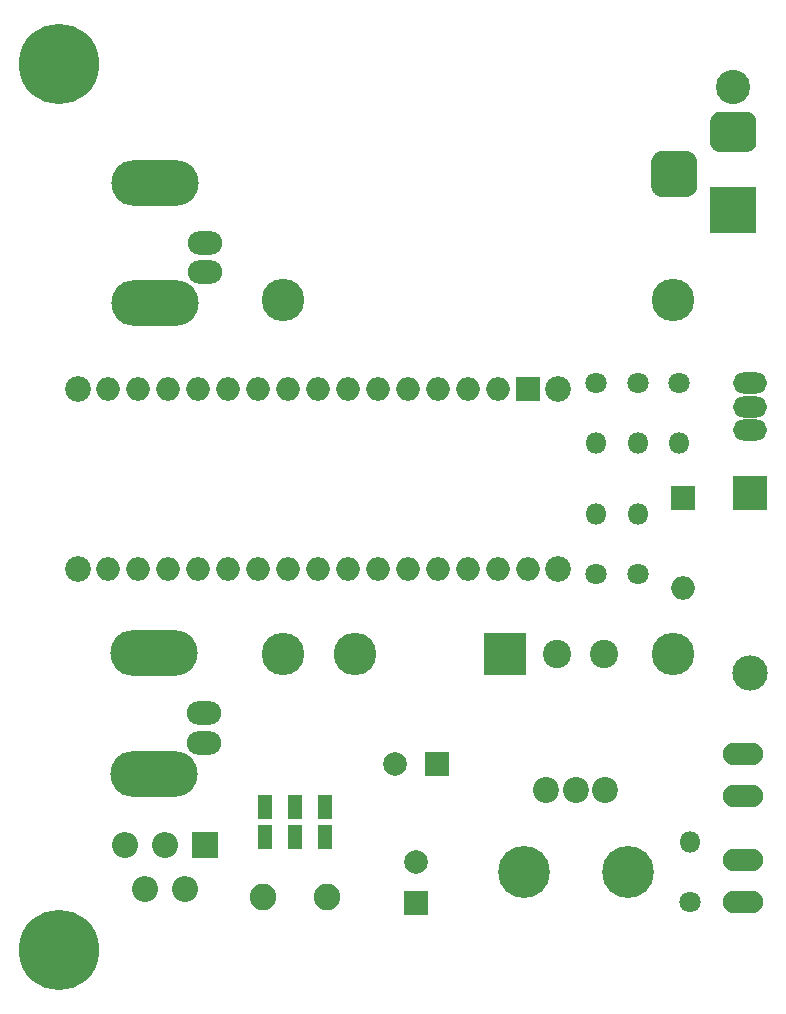
<source format=gbr>
G04 #@! TF.GenerationSoftware,KiCad,Pcbnew,(5.0.0)*
G04 #@! TF.CreationDate,2018-09-08T22:16:23+01:00*
G04 #@! TF.ProjectId,OpenSpritzer_1.02,4F70656E53707269747A65725F312E30,rev?*
G04 #@! TF.SameCoordinates,Original*
G04 #@! TF.FileFunction,Soldermask,Top*
G04 #@! TF.FilePolarity,Negative*
%FSLAX46Y46*%
G04 Gerber Fmt 4.6, Leading zero omitted, Abs format (unit mm)*
G04 Created by KiCad (PCBNEW (5.0.0)) date 09/08/18 22:16:23*
%MOMM*%
%LPD*%
G01*
G04 APERTURE LIST*
%ADD10C,6.800000*%
%ADD11O,2.900000X1.800000*%
%ADD12R,3.600000X3.600000*%
%ADD13O,3.600000X3.600000*%
%ADD14R,1.150000X2.150000*%
%ADD15C,2.250000*%
%ADD16R,2.000000X2.000000*%
%ADD17C,2.000000*%
%ADD18O,1.800000X1.800000*%
%ADD19C,1.800000*%
%ADD20C,3.600000*%
%ADD21O,3.410000X1.910000*%
%ADD22C,0.100000*%
%ADD23C,3.900000*%
%ADD24C,3.400000*%
%ADD25R,3.900000X3.900000*%
%ADD26C,2.900000*%
%ADD27O,7.400240X3.900120*%
%ADD28O,2.899360X2.000200*%
%ADD29C,2.200000*%
%ADD30C,4.400000*%
%ADD31O,2.000000X2.000000*%
%ADD32C,2.180000*%
%ADD33R,3.000000X3.000000*%
%ADD34O,3.000000X3.000000*%
%ADD35C,2.400000*%
%ADD36R,2.200000X2.200000*%
%ADD37O,2.200000X2.200000*%
G04 APERTURE END LIST*
D10*
G04 #@! TO.C,*
X100000000Y-150000000D03*
G04 #@! TD*
G04 #@! TO.C,*
X100000000Y-75000000D03*
G04 #@! TD*
D11*
G04 #@! TO.C,*
X158475000Y-104025000D03*
X158475000Y-102025000D03*
X158475000Y-106025000D03*
G04 #@! TD*
D12*
G04 #@! TO.C,*
X137800000Y-124950000D03*
D13*
X125100000Y-124950000D03*
G04 #@! TD*
D14*
G04 #@! TO.C,*
X117460000Y-137930000D03*
X120000000Y-137930000D03*
X122540000Y-137930000D03*
X117460000Y-140470000D03*
X120000000Y-140470000D03*
X122540000Y-140470000D03*
D15*
X117300000Y-145550000D03*
X122700000Y-145550000D03*
G04 #@! TD*
D16*
G04 #@! TO.C,*
X130200000Y-146050000D03*
D17*
X130200000Y-142550000D03*
G04 #@! TD*
D18*
G04 #@! TO.C,*
X145500000Y-107080000D03*
D19*
X145500000Y-102000000D03*
G04 #@! TD*
D18*
G04 #@! TO.C,*
X149000000Y-107080000D03*
D19*
X149000000Y-102000000D03*
G04 #@! TD*
D18*
G04 #@! TO.C,*
X152500000Y-107080000D03*
D19*
X152500000Y-102000000D03*
G04 #@! TD*
D18*
G04 #@! TO.C,*
X149000000Y-113120000D03*
D19*
X149000000Y-118200000D03*
G04 #@! TD*
D18*
G04 #@! TO.C,*
X145500000Y-113120000D03*
D19*
X145500000Y-118200000D03*
G04 #@! TD*
D17*
G04 #@! TO.C,*
X128500000Y-134250000D03*
D16*
X132000000Y-134250000D03*
G04 #@! TD*
D18*
G04 #@! TO.C,*
X153400000Y-140845000D03*
D19*
X153400000Y-145925000D03*
G04 #@! TD*
D20*
G04 #@! TO.C,*
X119000000Y-95000000D03*
G04 #@! TD*
G04 #@! TO.C,*
X119000000Y-125000000D03*
G04 #@! TD*
D21*
G04 #@! TO.C,*
X157925000Y-142425000D03*
X157925000Y-145925000D03*
G04 #@! TD*
D22*
G04 #@! TO.C,*
G36*
X153170567Y-82354695D02*
X153265213Y-82368734D01*
X153358028Y-82391983D01*
X153448116Y-82424217D01*
X153534612Y-82465127D01*
X153616681Y-82514317D01*
X153693533Y-82571315D01*
X153764429Y-82635571D01*
X153828685Y-82706467D01*
X153885683Y-82783319D01*
X153934873Y-82865388D01*
X153975783Y-82951884D01*
X154008017Y-83041972D01*
X154031266Y-83134787D01*
X154045305Y-83229433D01*
X154050000Y-83325000D01*
X154050000Y-85275000D01*
X154045305Y-85370567D01*
X154031266Y-85465213D01*
X154008017Y-85558028D01*
X153975783Y-85648116D01*
X153934873Y-85734612D01*
X153885683Y-85816681D01*
X153828685Y-85893533D01*
X153764429Y-85964429D01*
X153693533Y-86028685D01*
X153616681Y-86085683D01*
X153534612Y-86134873D01*
X153448116Y-86175783D01*
X153358028Y-86208017D01*
X153265213Y-86231266D01*
X153170567Y-86245305D01*
X153075000Y-86250000D01*
X151125000Y-86250000D01*
X151029433Y-86245305D01*
X150934787Y-86231266D01*
X150841972Y-86208017D01*
X150751884Y-86175783D01*
X150665388Y-86134873D01*
X150583319Y-86085683D01*
X150506467Y-86028685D01*
X150435571Y-85964429D01*
X150371315Y-85893533D01*
X150314317Y-85816681D01*
X150265127Y-85734612D01*
X150224217Y-85648116D01*
X150191983Y-85558028D01*
X150168734Y-85465213D01*
X150154695Y-85370567D01*
X150150000Y-85275000D01*
X150150000Y-83325000D01*
X150154695Y-83229433D01*
X150168734Y-83134787D01*
X150191983Y-83041972D01*
X150224217Y-82951884D01*
X150265127Y-82865388D01*
X150314317Y-82783319D01*
X150371315Y-82706467D01*
X150435571Y-82635571D01*
X150506467Y-82571315D01*
X150583319Y-82514317D01*
X150665388Y-82465127D01*
X150751884Y-82424217D01*
X150841972Y-82391983D01*
X150934787Y-82368734D01*
X151029433Y-82354695D01*
X151125000Y-82350000D01*
X153075000Y-82350000D01*
X153170567Y-82354695D01*
X153170567Y-82354695D01*
G37*
D23*
X152100000Y-84300000D03*
D22*
G36*
X158283315Y-79054093D02*
X158365827Y-79066333D01*
X158446742Y-79086601D01*
X158525281Y-79114702D01*
X158600687Y-79150367D01*
X158672235Y-79193251D01*
X158739234Y-79242941D01*
X158801041Y-79298959D01*
X158857059Y-79360766D01*
X158906749Y-79427765D01*
X158949633Y-79499313D01*
X158985298Y-79574719D01*
X159013399Y-79653258D01*
X159033667Y-79734173D01*
X159045907Y-79816685D01*
X159050000Y-79900000D01*
X159050000Y-81600000D01*
X159045907Y-81683315D01*
X159033667Y-81765827D01*
X159013399Y-81846742D01*
X158985298Y-81925281D01*
X158949633Y-82000687D01*
X158906749Y-82072235D01*
X158857059Y-82139234D01*
X158801041Y-82201041D01*
X158739234Y-82257059D01*
X158672235Y-82306749D01*
X158600687Y-82349633D01*
X158525281Y-82385298D01*
X158446742Y-82413399D01*
X158365827Y-82433667D01*
X158283315Y-82445907D01*
X158200000Y-82450000D01*
X156000000Y-82450000D01*
X155916685Y-82445907D01*
X155834173Y-82433667D01*
X155753258Y-82413399D01*
X155674719Y-82385298D01*
X155599313Y-82349633D01*
X155527765Y-82306749D01*
X155460766Y-82257059D01*
X155398959Y-82201041D01*
X155342941Y-82139234D01*
X155293251Y-82072235D01*
X155250367Y-82000687D01*
X155214702Y-81925281D01*
X155186601Y-81846742D01*
X155166333Y-81765827D01*
X155154093Y-81683315D01*
X155150000Y-81600000D01*
X155150000Y-79900000D01*
X155154093Y-79816685D01*
X155166333Y-79734173D01*
X155186601Y-79653258D01*
X155214702Y-79574719D01*
X155250367Y-79499313D01*
X155293251Y-79427765D01*
X155342941Y-79360766D01*
X155398959Y-79298959D01*
X155460766Y-79242941D01*
X155527765Y-79193251D01*
X155599313Y-79150367D01*
X155674719Y-79114702D01*
X155753258Y-79086601D01*
X155834173Y-79066333D01*
X155916685Y-79054093D01*
X156000000Y-79050000D01*
X158200000Y-79050000D01*
X158283315Y-79054093D01*
X158283315Y-79054093D01*
G37*
D24*
X157100000Y-80750000D03*
D25*
X157100000Y-87350000D03*
D26*
X157100000Y-76950000D03*
G04 #@! TD*
D21*
G04 #@! TO.C,*
X157900000Y-136950000D03*
X157900000Y-133450000D03*
G04 #@! TD*
D27*
G04 #@! TO.C,*
X108111600Y-95247780D03*
X108111600Y-85049680D03*
D28*
X112376260Y-90150000D03*
X112376260Y-92649360D03*
G04 #@! TD*
D29*
G04 #@! TO.C,*
X146250000Y-136450000D03*
X143750000Y-136450000D03*
X141250000Y-136450000D03*
D30*
X148150000Y-143450000D03*
X139350000Y-143450000D03*
G04 #@! TD*
D16*
G04 #@! TO.C,*
X139700000Y-102500000D03*
D31*
X106680000Y-117740000D03*
X137160000Y-102500000D03*
X109220000Y-117740000D03*
X134620000Y-102500000D03*
X111760000Y-117740000D03*
X132080000Y-102500000D03*
X114300000Y-117740000D03*
X129540000Y-102500000D03*
X116840000Y-117740000D03*
X127000000Y-102500000D03*
X119380000Y-117740000D03*
X124460000Y-102500000D03*
X121920000Y-117740000D03*
X121920000Y-102500000D03*
X124460000Y-117740000D03*
X119380000Y-102500000D03*
X127000000Y-117740000D03*
X116840000Y-102500000D03*
X129540000Y-117740000D03*
X114300000Y-102500000D03*
X132080000Y-117740000D03*
X111760000Y-102500000D03*
X134620000Y-117740000D03*
X109220000Y-102500000D03*
X137160000Y-117740000D03*
X106680000Y-102500000D03*
X139700000Y-117740000D03*
X104140000Y-102500000D03*
X104140000Y-117740000D03*
D32*
X142240000Y-102500000D03*
X142240000Y-117740000D03*
X101600000Y-117740000D03*
X101600000Y-102500000D03*
G04 #@! TD*
D16*
G04 #@! TO.C,*
X152800000Y-111750000D03*
D31*
X152800000Y-119370000D03*
G04 #@! TD*
D33*
G04 #@! TO.C,*
X158475000Y-111350000D03*
D34*
X158475000Y-126590000D03*
G04 #@! TD*
D20*
G04 #@! TO.C,*
X152000000Y-95000000D03*
G04 #@! TD*
D35*
G04 #@! TO.C,*
X146175000Y-124950000D03*
X142175000Y-124950000D03*
G04 #@! TD*
D36*
G04 #@! TO.C,*
X112400000Y-141150000D03*
D37*
X110700000Y-144850000D03*
X109000000Y-141150000D03*
X107300000Y-144850000D03*
X105600000Y-141150000D03*
G04 #@! TD*
D20*
G04 #@! TO.C,*
X152000000Y-125000000D03*
G04 #@! TD*
D28*
G04 #@! TO.C,*
X112301260Y-132499360D03*
X112301260Y-130000000D03*
D27*
X108036600Y-124899680D03*
X108036600Y-135097780D03*
G04 #@! TD*
M02*

</source>
